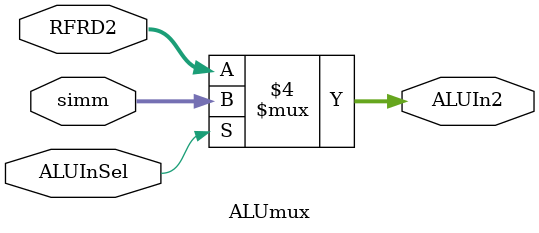
<source format=v>
`timescale 1ns / 1ps


module ALUmux(
    input [31:0]RFRD2, //RF
    simm, //simm
    input ALUInSel,
    output reg [31:0] ALUIn2
    );
    
always @(*)
begin
    if(ALUInSel == 1'b0)
        ALUIn2 = RFRD2;
    else
        ALUIn2 = simm;
    end
endmodule

</source>
